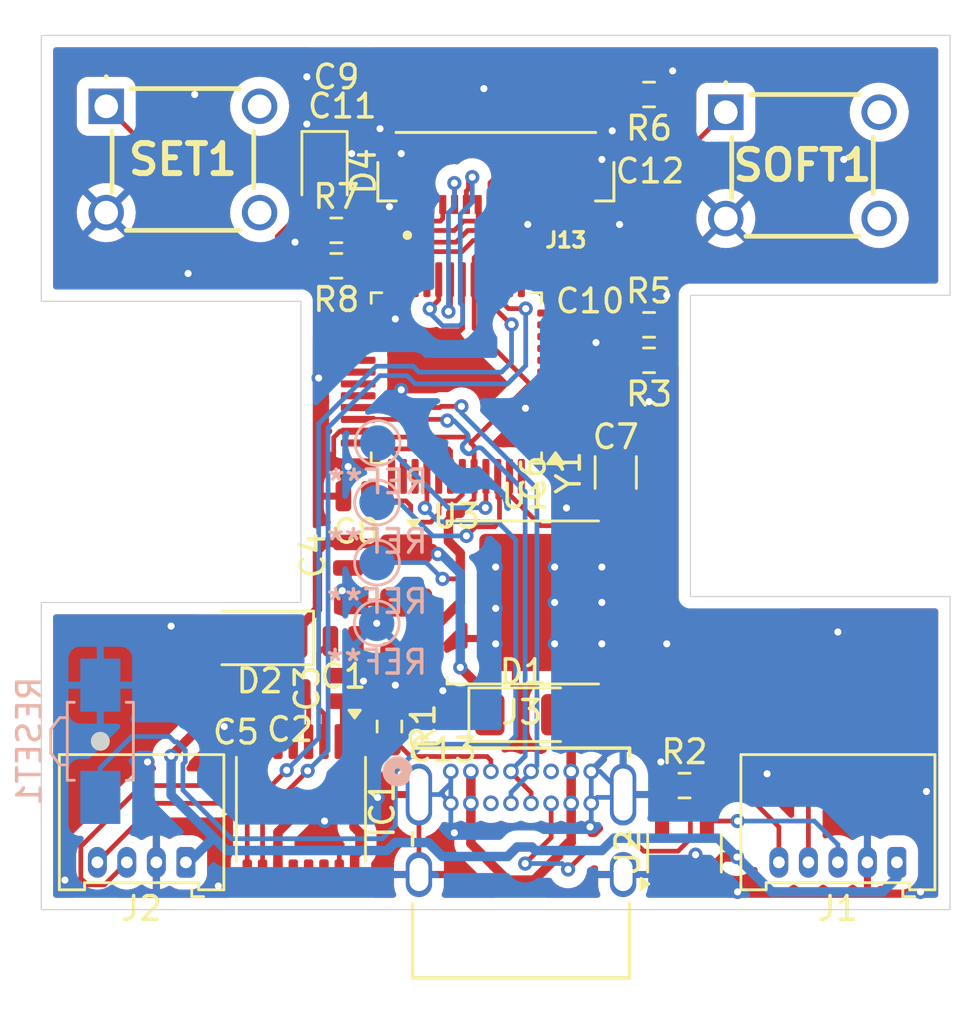
<source format=kicad_pcb>
(kicad_pcb (version 20240108) (generator "pcbnew") (generator_version "8.0")
  (layers (0 "F.Cu" signal) (31 "B.Cu" signal) (34 "B.Paste" user) (35 "F.Paste" user) (36 "B.SilkS" user "B.Silkscreen") (37 "F.SilkS" user "F.Silkscreen") (38 "B.Mask" user) (39 "F.Mask" user) (44 "Edge.Cuts" user))
  (net 0 "")
  (net 1 "/Net-(IC1-C1-)")
  (net 2 "/Net-(IC1-C1+)")
  (net 3 "/Net-(IC1-C2+)")
  (net 4 "/Net-(IC1-C2-)")
  (net 5 "GND")
  (net 6 "/Net-(IC1-V+)")
  (net 7 "VIN")
  (net 8 "/Net-(IC1-V-)")
  (net 9 "Net-(U3-PA00)")
  (net 10 "Net-(U3-PA01)")
  (net 11 "Net-(U3-VDDCORE)")
  (net 12 "Net-(C9-Pad2)")
  (net 13 "Net-(C10-Pad2)")
  (net 14 "Net-(C10-Pad1)")
  (net 15 "Net-(C11-Pad1)")
  (net 16 "Net-(C12-Pad1)")
  (net 17 "Net-(C12-Pad2)")
  (net 18 "+3V3")
  (net 19 "VUSB")
  (net 20 "+24V")
  (net 22 "Net-(D4-A)")
  (net 23 "SWDIO")
  (net 24 "SWCLK")
  (net 25 "/Net-(J8-CC1)")
  (net 26 "/Net-(J8-CC2)")
  (net 27 "ZOOM")
  (net 28 "ZSIG")
  (net 29 "SETLED")
  (net 30 "Net-(J13-Pad4)")
  (net 33 "ZREF")
  (net 34 "TOUT1")
  (net 35 "RIN1")
  (net 36 "ROUT1")
  (net 37 "TIN1")
  (net 38 "RUN")
  (net 39 "D-")
  (net 40 "D+")
  (net 43 "SCK")
  (net 44 "OLED_CS")
  (net 45 "OLED_DC")
  (net 46 "MOSI")
  (net 49 "RST")
  (net 52 "SETBTN")
  (net 53 "SOFTBTN")
  (net 55 "USBHOSTEN")
  (net 59 "RXD")
  (net 61 "TXD")
  (net 62 "SCL")
  (net 63 "RXLED")
  (net 66 "OLED_RST")
  (net 68 "MISO")
  (net 69 "SDA")
  (footprint "Capacitor_SMD:C_0504_1310Metric" (layer "F.Cu") (at 100.5875 84 180)
    (property "Reference" "C8")
    (property "Value" "1pF")
  )
  (footprint "Diode_SMD:D_1206_3216Metric" (layer "F.Cu") (at 107.65 93.25)
    (property "Reference" "D1")
    (property "Value" "D_Schottky")
  )
  (footprint "Capacitor_SMD:C_0504_1310Metric" (layer "F.Cu") (at 110.5 74.25 180)
    (property "Reference" "C10")
    (property "Value" "1uF")
  )
  (footprint "Connector_Molex_2:Molex_PicoBlade_53048-0510_1x05_P1.25mm_Horizontal" (layer "F.Cu") (at 123.5 99.5 180)
    (property "Reference" "J1")
    (property "Value" "530480510")
  )
  (footprint "Capacitor_SMD:C_0504_1310Metric" (layer "F.Cu") (at 111.5875 80 180)
    (property "Reference" "C7")
    (property "Value" "22pF")
  )
  (footprint "USB4085_GF_A:CONN16_USB4085-GF-A_GCT" (layer "F.Cu") (at 104.599999 95.65)
    (property "Reference" "J3")
    (property "Value" "USB4085-GF-A_REVB")
  )
  (footprint "Resistor_SMD:R_0603_1608Metric" (layer "F.Cu") (at 102 93.75 -90)
    (property "Reference" "R1")
    (property "Value" "5K1")
  )
  (footprint "Resistor_SMD:R_0603_1608Metric" (layer "F.Cu") (at 99.75 74.25 180)
    (property "Reference" "R8")
    (property "Value" "65")
  )
  (footprint "Capacitor_SMD:C_0504_1310Metric" (layer "F.Cu") (at 95.5 92.5 180)
    (property "Reference" "C5")
    (property "Value" "100nF,24V+")
  )
  (footprint "Package_TO_SOT_SMD:TO-252-3_TabPin2" (layer "F.Cu") (at 107.75 88.5)
    (property "Reference" "U1")
    (property "Value" "BD33FC0FP-E2")
  )
  (footprint "Capacitor_SMD:C_0504_1310Metric" (layer "F.Cu") (at 100.04 90.1375 180)
    (property "Reference" "C1")
    (property "Value" "100nF,24V+")
  )
  (footprint "TS01-66-73-BK-160-D:TS016673BK160D" (layer "F.Cu") (at 116.25 67.75)
    (property "Reference" "SOFT1")
    (property "Value" "TS01-66-73-BK-160-D" (hide yes))
  )
  (footprint "Connector_Molex_2:Molex_PicoBlade_53048-0410_1x04_P1.25mm_Horizontal" (layer "F.Cu") (at 93.375 99.5 180)
    (property "Reference" "J2")
    (property "Value" "530480410")
  )
  (footprint "Resistor_SMD:R_0603_1608Metric" (layer "F.Cu") (at 99.75 72.75)
    (property "Reference" "R7")
    (property "Value" "680K")
  )
  (footprint "Package_SO:TSSOP-16_4.4x5mm_P0.65mm" (layer "F.Cu") (at 98.25 97.25 -90)
    (property "Reference" "IC1")
    (property "Value" "MAX3323EEPE+")
  )
  (footprint "Resistor_SMD:R_0603_1608Metric" (layer "F.Cu") (at 113 78.25 180)
    (property "Reference" "R3")
    (property "Value" "4K7")
  )
  (footprint "FH34SRJ_16S_0_5SH_50:HRS_FH34SRJ-16S-0.5SH_50_" (layer "F.Cu") (at 106.509505 70.406454 180)
    (property "Reference" "J13")
    (property "Value" "FH34SRJ-16S-0.5SH_50_")
  )
  (footprint "Resistor_SMD:R_0603_1608Metric" (layer "F.Cu") (at 113 67 180)
    (property "Reference" "R6")
    (property "Value" "5K1")
  )
  (footprint "Capacitor_SMD:C_0504_1310Metric" (layer "F.Cu") (at 109.5875 83.25 90)
    (property "Reference" "C6")
    (property "Value" "22pF")
  )
  (footprint "Resistor_SMD:R_0603_1608Metric" (layer "F.Cu") (at 114.5 96.25)
    (property "Reference" "R2")
    (property "Value" "5K1")
  )
  (footprint "Package_QFP:TQFP-48_7x7mm_P0.5mm" (layer "F.Cu") (at 104.8375 79 180)
    (property "Reference" "U3")
    (property "Value" "ATSAMD21G18A-AUT")
  )
  (footprint "Capacitor_SMD:C_0504_1310Metric" (layer "F.Cu") (at 100 66 180)
    (property "Reference" "C11")
    (property "Value" "10uF")
  )
  (footprint "Package_TO_SOT_SMD:TSOT-23-5" (layer "F.Cu") (at 114.5 99.1125 90)
    (property "Reference" "U2")
    (property "Value" "ADR02AUJZ-REEL7")
  )
  (footprint "Diode_SMD:D_1206_3216Metric" (layer "F.Cu") (at 96.5 90 180)
    (property "Reference" "D2")
    (property "Value" "D_Schottky")
  )
  (footprint "Capacitor_SMD:C_0504_1310Metric" (layer "F.Cu") (at 104.25 93.25 180)
    (property "Reference" "C13")
    (property "Value" "20uF,60V+")
  )
  (footprint "Capacitor_SMD:C_0504_1310Metric" (layer "F.Cu") (at 99.75 67.75)
    (property "Reference" "C9")
    (property "Value" "10uF")
  )
  (footprint "Capacitor_SMD:C_0504_1310Metric" (layer "F.Cu") (at 113.04 68.75 180)
    (property "Reference" "C12")
    (property "Value" "1uF")
  )
  (footprint "Capacitor_SMD:C_0504_1310Metric" (layer "F.Cu") (at 100 92.1375 90)
    (property "Reference" "C3")
    (property "Value" "100nF,24V+")
  )
  (footprint "Crystal:Crystal_SMD_3215-2Pin_3.2x1.5mm" (layer "F.Cu") (at 111.5875 83 90)
    (property "Reference" "Y1")
    (property "Value" "32.768, 12.5pF")
  )
  (footprint "Capacitor_SMD:C_0504_1310Metric" (layer "F.Cu") (at 100.25 86.5 90)
    (property "Reference" "C4")
    (property "Value" "20uF,60V+")
  )
  (footprint "Capacitor_SMD:C_0504_1310Metric" (layer "F.Cu") (at 97.79 92.3875 180)
    (property "Reference" "C2")
    (property "Value" "100nF,24V+")
  )
  (footprint "LED_SMD:LED_0805_2012Metric" (layer "F.Cu") (at 99.25 70.25 -90)
    (property "Reference" "D4")
    (property "Value" "LED")
  )
  (footprint "Resistor_SMD:R_0603_1608Metric" (layer "F.Cu") (at 113 76.75)
    (property "Reference" "R5")
    (property "Value" "3K3")
  )
  (footprint "TS01-66-73-BK-160-D:TS016673BK160D" (layer "F.Cu") (at 90 67.5)
    (property "Reference" "SET1")
    (property "Value" "TS01-66-73-BK-160-D" (hide yes))
  )
  (footprint "TestPoint:TestPoint_Pad_D1.5mm" (layer "B.Cu") (at 101.473633 84.268043)
    (property "Reference" "REF**")
    (property "Value" "TestPoint_Pad_D1.5mm")
  )
  (footprint "TestPoint:TestPoint_Pad_D1.5mm" (layer "B.Cu") (at 101.460449 89.383231)
    (property "Reference" "REF**")
    (property "Value" "TestPoint_Pad_D1.5mm")
  )
  (footprint "TestPoint:TestPoint_Pad_D1.5mm" (layer "B.Cu") (at 101.473633 86.812454)
    (property "Reference" "REF**")
    (property "Value" "TestPoint_Pad_D1.5mm")
  )
  (footprint "TestPoint:TestPoint_Pad_D1.5mm" (layer "B.Cu") (at 101.5 81.75)
    (property "Reference" "REF**")
    (property "Value" "TestPoint_Pad_D1.5mm")
  )
  (footprint "Button_Switch_SMD:SW_SPST_B3U-3000P" (layer "B.Cu") (at 89.75 94.375 -90)
    (property "Reference" "RESET1")
    (property "Value" "B3U-1000P")
    (fp_circle (center 0 0) (end 0.375 0) (stroke (width 0.05)) (fill solid) (layer "Edge.Cuts"))
  )
  (gr_line (start 98.25 88.5) (end 98.25 75.75) (stroke (width 0.05)) (layer "Edge.Cuts"))
  (gr_line (start 125.75 101.5) (end 87.25 101.5) (stroke (width 0.05)) (layer "Edge.Cuts"))
  (gr_line (start 87.25 101.5) (end 87.25 88.5) (stroke (width 0.05)) (layer "Edge.Cuts"))
  (gr_line (start 114.75 75.5) (end 114.75 88.25) (stroke (width 0.05)) (layer "Edge.Cuts"))
  (gr_line (start 125.75 75.5) (end 114.75 75.5) (stroke (width 0.05)) (layer "Edge.Cuts"))
  (gr_line (start 125.75 88.25) (end 125.75 101.5) (stroke (width 0.05)) (layer "Edge.Cuts"))
  (gr_line (start 87.25 64.5) (end 125.75 64.5) (stroke (width 0.05)) (layer "Edge.Cuts"))
  (gr_line (start 98.25 75.75) (end 87.25 75.75) (stroke (width 0.05)) (layer "Edge.Cuts"))
  (gr_line (start 114.75 88.25) (end 125.75 88.25) (stroke (width 0.05)) (layer "Edge.Cuts"))
  (gr_line (start 125.75 64.5) (end 125.75 75.5) (stroke (width 0.05)) (layer "Edge.Cuts"))
  (gr_line (start 87.25 88.5) (end 98.25 88.5) (stroke (width 0.05)) (layer "Edge.Cuts"))
  (gr_line (start 87.25 75.75) (end 87.25 64.5) (stroke (width 0.05)) (layer "Edge.Cuts"))
  (segment (start 99 92.979684) (end 99 90.6375) (width 0.2) (layer "F.Cu") (net 1))
  (segment (start 99.225 94.3875) (end 99.225 93.204684) (width 0.2) (layer "F.Cu") (net 1))
  (segment (start 99.225 93.204684) (end 99 92.979684) (width 0.2) (layer "F.Cu") (net 1))
  (segment (start 99 90.6375) (end 99.5 90.1375) (width 0.2) (layer "F.Cu") (net 1))
  (segment (start 100.525 93.725) (end 101.225 93.025) (width 0.2) (layer "F.Cu") (net 2))
  (segment (start 101.225 92.512352) (end 101.5 92.237352) (width 0.2) (layer "F.Cu") (net 2))
  (segment (start 101.5 92.237352) (end 101.5 91.554744) (width 0.2) (layer "F.Cu") (net 2))
  (segment (start 100.525 94.3875) (end 100.525 93.725) (width 0.2) (layer "F.Cu") (net 2))
  (segment (start 100.58 90.634744) (end 100.58 90.1375) (width 0.2) (layer "F.Cu") (net 2))
  (segment (start 101.5 91.554744) (end 100.58 90.634744) (width 0.2) (layer "F.Cu") (net 2))
  (segment (start 101.225 93.025) (end 101.225 92.512352) (width 0.2) (layer "F.Cu") (net 2))
  (segment (start 98.33 92.3875) (end 98.575 92.6325) (width 0.2) (layer "F.Cu") (net 3))
  (segment (start 98.575 92.6325) (end 98.575 94.3875) (width 0.2) (layer "F.Cu") (net 3))
  (segment (start 97.25 92.609684) (end 97.25 92.3875) (width 0.2) (layer "F.Cu") (net 4))
  (segment (start 97.925 94.3875) (end 97.925 93.284684) (width 0.2) (layer "F.Cu") (net 4))
  (segment (start 97.925 93.284684) (end 97.25 92.609684) (width 0.2) (layer "F.Cu") (net 4))
  (segment (start 100.0475 82.9525) (end 100.25 82.75) (width 0.2) (layer "F.Cu") (net 5))
  (segment (start 100 98.75) (end 99.875 98.875) (width 0.2) (layer "F.Cu") (net 5))
  (segment (start 100.0475 84) (end 100.0475 82.9525) (width 0.2) (layer "F.Cu") (net 5))
  (segment (start 99 67.75) (end 98.5 68.25) (width 0.2) (layer "F.Cu") (net 5))
  (segment (start 100.670863 91.5975) (end 100 91.5975) (width 0.2) (layer "F.Cu") (net 5))
  (segment (start 94.96 93.71) (end 95 93.75) (width 0.2) (layer "F.Cu") (net 5))
  (segment (start 99.21 67.75) (end 99 67.75) (width 0.2) (layer "F.Cu") (net 5))
  (segment (start 109.5875 84.4125) (end 109.5 84.5) (width 0.2) (layer "F.Cu") (net 5))
  (segment (start 102.71 88.5) (end 102.34368 88.5) (width 0.2) (layer "F.Cu") (net 5))
  (segment (start 103.250014 100.015) (end 103.250014 96.630016) (width 0.2) (layer "F.Cu") (net 5))
  (segment (start 113.825 75.575) (end 113.75 75.5) (width 0.2) (layer "F.Cu") (net 5))
  (segment (start 99.6375 81.51759) (end 99.6375 82.3875) (width 0.2) (layer "F.Cu") (net 5))
  (segment (start 100.25 87.04) (end 100.25 87.75) (width 0.2) (layer "F.Cu") (net 5))
  (segment (start 102.156454 69.156454) (end 102.5 69.5) (width 0.2) (layer "F.Cu") (net 5))
  (segment (start 104.5875 82.0875) (end 104.5 82) (width 0.2) (layer "F.Cu") (net 5))
  (segment (start 99.25 97.75) (end 99.25 98) (width 0.2) (layer "F.Cu") (net 5))
  (segment (start 103.250014 96.630016) (end 103.249999 96.630001) (width 0.2) (layer "F.Cu") (net 5))
  (segment (start 102.75 77) (end 102.25 76.5) (width 0.2) (layer "F.Cu") (net 5))
  (segment (start 102.34368 88.5) (end 101.460449 89.383231) (width 0.2) (layer "F.Cu") (net 5))
  (segment (start 105.1 76.9) (end 105 77) (width 0.2) (layer "F.Cu") (net 5))
  (segment (start 108.23009 79.75) (end 107.762501 80.217589) (width 0.2) (layer "F.Cu") (net 5))
  (segment (start 100 82.75) (end 100.25 82.75) (width 0.2) (layer "F.Cu") (net 5))
  (segment (start 99.46 66) (end 98.75 66) (width 0.2) (layer "F.Cu") (net 5))
  (segment (start 99.25 69.3125) (end 100.3125 69.3125) (width 0.2) (layer "F.Cu") (net 5))
  (segment (start 98.5 72.75) (end 98 73.25) (width 0.2) (layer "F.Cu") (net 5))
  (segment (start 105.1 74.85) (end 105.1 76.9) (width 0.2) (layer "F.Cu") (net 5))
  (segment (start 105 77) (end 102.75 77) (width 0.2) (layer "F.Cu") (net 5))
  (segment (start 100.3125 69.3125) (end 100.5 69.5) (width 0.2) (layer "F.Cu") (net 5))
  (segment (start 109.5875 83.79) (end 109.5875 84.4125) (width 0.2) (layer "F.Cu") (net 5))
  (segment (start 114.5 99.645859) (end 114.968693 99.177166) (width 0.2) (layer "F.Cu") (net 5))
  (segment (start 113.825 67) (end 113.825 66.175) (width 0.2) (layer "F.Cu") (net 5))
  (segment (start 102.093546 71.656454) (end 102 71.75) (width 0.2) (layer "F.Cu") (net 5))
  (segment (start 99.875 98.875) (end 99.875 100.1125) (width 0.2) (layer "F.Cu") (net 5))
  (segment (start 102 92.925) (end 102 92.25) (width 0.2) (layer "F.Cu") (net 5))
  (segment (start 98.925 72.75) (end 98.5 72.75) (width 0.2) (layer "F.Cu") (net 5))
  (segment (start 102 92.25) (end 102.25 92) (width 0.2) (layer "F.Cu") (net 5))
  (segment (start 104.5875 83.1625) (end 104.5875 82.0875) (width 0.2) (layer "F.Cu") (net 5))
  (segment (start 113.825 76.75) (end 113.825 75.575) (width 0.2) (layer "F.Cu") (net 5))
  (segment (start 101.98009 82) (end 101.23009 82.75) (width 0.2) (layer "F.Cu") (net 5))
  (segment (start 104.79 92.761543) (end 104.262761 92.234304) (width 0.2) (layer "F.Cu") (net 5))
  (segment (start 113.675 95.425) (end 113.5 95.25) (width 0.2) (layer "F.Cu") (net 5))
  (segment (start 99.25 98) (end 100 98.75) (width 0.2) (layer "F.Cu") (net 5))
  (segment (start 112.1275 80) (end 113 80) (width 0.2) (layer "F.Cu") (net 5))
  (segment (start 107.759505 72.399216) (end 107.859505 72.499216) (width 0.2) (layer "F.Cu") (net 5))
  (segment (start 114.5 100.25) (end 114.5 99.645859) (width 0.2) (layer "F.Cu") (net 5))
  (segment (start 111.259505 69.490495) (end 111 69.75) (width 0.2) (layer "F.Cu") (net 5))
  (segment (start 100.25 87.75) (end 100 88) (width 0.2) (layer "F.Cu") (net 5))
  (segment (start 113.825 66.175) (end 114 66) (width 0.2) (layer "F.Cu") (net 5))
  (segment (start 105.0875 74.8375) (end 105.1 74.85) (width 0.2) (layer "F.Cu") (net 5))
  (segment (start 101.23009 82.75) (end 100.25 82.75) (width 0.2) (layer "F.Cu") (net 5))
  (segment (start 113.675 96.25) (end 113.675 95.425) (width 0.2) (layer "F.Cu") (net 5))
  (segment (start 109 79.75) (end 108.23009 79.75) (width 0.2) (layer "F.Cu") (net 5))
  (segment (start 98.75 66) (end 98.5 66.25) (width 0.2) (layer "F.Cu") (net 5))
  (segment (start 100.9 91.826637) (end 100.670863 91.5975) (width 0.2) (layer "F.Cu") (net 5))
  (segment (start 107.759505 71.656454) (end 107.759505 72.399216) (width 0.2) (layer "F.Cu") (net 5))
  (segment (start 111.259505 68.716059) (end 111.438517 68.537047) (width 0.2) (layer "F.Cu") (net 5))
  (segment (start 101.759505 69.156454) (end 101.759505 68.608032) (width 0.2) (layer "F.Cu") (net 5))
  (segment (start 102.759505 71.656454) (end 102.093546 71.656454) (width 0.2) (layer "F.Cu") (net 5))
  (segment (start 101.759505 69.156454) (end 102.156454 69.156454) (width 0.2) (layer "F.Cu") (net 5))
  (segment (start 104.5 82) (end 101.98009 82) (width 0.2) (layer "F.Cu") (net 5))
  (segment (start 111.259505 69.156454) (end 111.259505 68.716059) (width 0.2) (layer "F.Cu") (net 5))
  (segment (start 94.96 92.5) (end 94.96 93.71) (width 0.2) (layer "F.Cu") (net 5))
  (segment (start 107.762501 80.217589) (end 107.762501 80.280937) (width 0.2) (layer "F.Cu") (net 5))
  (segment (start 111.259505 69.156454) (end 111.259505 69.490495) (width 0.2) (layer "F.Cu") (net 5))
  (segment (start 101.759505 68.608032) (end 101.599889 68.448416) (width 0.2) (layer "F.Cu") (net 5))
  (segment (start 99.6375 82.3875) (end 100 82.75) (width 0.2) (layer "F.Cu") (net 5))
  (segment (start 99.90509 81.25) (end 99.6375 81.51759) (width 0.2) (layer "F.Cu") (net 5))
  (segment (start 100.675 81.25) (end 99.90509 81.25) (width 0.2) (layer "F.Cu") (net 5))
  (segment (start 104.79 93.25) (end 104.79 92.761543) (width 0.2) (layer "F.Cu") (net 5))
  (via (at 102.5 79.5) (size 0.6) (drill 0.3) (layers "F.Cu" "B.Cu") (net 5))
  (via (at 94.75 100.5) (size 0.6) (drill 0.3) (layers "F.Cu" "B.Cu") (net 5))
  (via (at 101.460449 89.383231) (size 0.6) (drill 0.3) (layers "F.Cu" "B.Cu") (net 5))
  (via (at 101.5 96.75) (size 0.6) (drill 0.3) (layers "F.Cu" "B.Cu") (net 5))
  (via (at 100.25 82.75) (size 0.6) (drill 0.3) (layers "F.Cu" "B.Cu") (net 5))
  (via (at 99.25 97.75) (size 0.6) (drill 0.3) (layers "F.Cu" "B.Cu") (net 5))
  (via (at 102.25 92) (size 0.6) (drill 0.3) (layers "F.Cu" "B.Cu") (net 5))
  (via (at 114.968693 99.177166) (size 0.6) (drill 0.3) (layers "F.Cu" "B.Cu") (net 5))
  (via (at 104.262761 92.234304) (size 0.6) (drill 0.3) (layers "F.Cu" "B.Cu") (net 5))
  (via (at 98.5 66.25) (size 0.6) (drill 0.3) (layers "F.Cu" "B.Cu") (net 5))
  (via (at 91.75 95.25) (size 0.6) (drill 0.3) (layers "F.Cu" "B.Cu") (net 5))
  (via (at 100 88) (size 0.6) (drill 0.3) (layers "F.Cu" "B.Cu") (net 5))
  (via (at 93.75 67) (size 0.6) (drill 0.3) (layers "F.Cu" "B.Cu") (net 5))
  (via (at 121 89.75) (size 0.6) (drill 0.3) (layers "F.Cu" "B.Cu") (net 5))
  (via (at 106 66.75) (size 0.6) (drill 0.3) (layers "F.Cu" "B.Cu") (net 5))
  (via (at 111 88.5) (size 0.6) (drill 0.3) (layers "F.Cu" "B.Cu") (net 5))
  (via (at 109 90.25) (size 0.6) (drill 0.3) (layers "F.Cu" "B.Cu") (net 5))
  (via (at 100.9 91.826637) (size 0.6) (drill 0.3) (layers "F.Cu" "B.Cu") (net 5))
  (via (at 98.5 68.25) (size 0.6) (drill 0.3) (layers "F.Cu" "B.Cu") (net 5))
  (via (at 116.75 100.75) (size 0.6) (drill 0.3) (layers "F.Cu" "B.Cu") (net 5))
  (via (at 106.5 87) (size 0.6) (drill 0.3) (layers "F.Cu" "B.Cu") (net 5))
  (via (at 124.5 100.75) (size 0.6) (drill 0.3) (layers "F.Cu" "B.Cu") (net 5))
  (via (at 113.5 95.25) (size 0.6) (drill 0.3) (layers "F.Cu" "B.Cu") (net 5))
  (via (at 95 93.75) (size 0.6) (drill 0.3) (layers "F.Cu" "B.Cu") (net 5))
  (via (at 111 87) (size 0.6) (drill 0.3) (layers "F.Cu" "B.Cu") (net 5))
  (via (at 111.75 72.5) (size 0.6) (drill 0.3) (layers "F.Cu" "B.Cu") (net 5))
  (via (at 102 71.75) (size 0.6) (drill 0.3) (layers "F.Cu" "B.Cu") (net 5))
  (via (at 109 88.5) (size 0.6) (drill 0.3) (layers "F.Cu" "B.Cu") (net 5))
  (via (at 98 73.25) (size 0.6) (drill 0.3) (layers "F.Cu" "B.Cu") (net 5))
  (via (at 101.599889 68.448416) (size 0.6) (drill 0.3) (layers "F.Cu" "B.Cu") (net 5))
  (via (at 111 90.25) (size 0.6) (drill 0.3) (layers "F.Cu" "B.Cu") (net 5))
  (via (at 110.75 77.5) (size 0.6) (drill 0.3) (layers "F.Cu" "B.Cu") (net 5))
  (via (at 111 69.75) (size 0.6) (drill 0.3) (layers "F.Cu" "B.Cu") (net 5))
  (via (at 110.5 98) (size 0.6) (drill 0.3) (layers "F.Cu" "B.Cu") (net 5))
  (via (at 121.25 69.75) (size 0.6) (drill 0.3) (layers "F.Cu" "B.Cu") (net 5))
  (via (at 124.75 96.5) (size 0.6) (drill 0.3) (layers "F.Cu" "B.Cu") (net 5))
  (via (at 118 95.75) (size 0.6) (drill 0.3) (layers "F.Cu" "B.Cu") (net 5))
  (via (at 93.47023 74.575866) (size 0.6) (drill 0.3) (layers "F.Cu" "B.Cu") (net 5))
  (via (at 92.75 89.5) (size 0.6) (drill 0.3) (layers "F.Cu" "B.Cu") (net 5))
  (via (at 113.75 90.25) (size 0.6) (drill 0.3) (layers "F.Cu" "B.Cu") (net 5))
  (via (at 107.859505 72.499216) (size 0.6) (drill 0.3) (layers "F.Cu" "B.Cu") (net 5))
  (via (at 114 66) (size 0.6) (drill 0.3) (layers "F.Cu" "B.Cu") (net 5))
  (via (at 102.25 76.5) (size 0.6) (drill 0.3) (layers "F.Cu" "B.Cu") (net 5))
  (via (at 107.762501 80.280937) (size 0.6) (drill 0.3) (layers "F.Cu" "B.Cu") (net 5))
  (via (at 88.25 100.25) (size 0.6) (drill 0.3) (layers "F.Cu" "B.Cu") (net 5))
  (via (at 113 80) (size 0.6) (drill 0.3) (layers "F.Cu" "B.Cu") (net 5))
  (via (at 113.75 75.5) (size 0.6) (drill 0.3) (layers "F.Cu" "B.Cu") (net 5))
  (via (at 109 87) (size 0.6) (drill 0.3) (layers "F.Cu" "B.Cu") (net 5))
  (via (at 100.4 69.5) (size 0.6) (drill 0.3) (layers "F.Cu" "B.Cu") (net 5))
  (via (at 106.5 90.25) (size 0.6) (drill 0.3) (layers "F.Cu" "B.Cu") (net 5))
  (via (at 99 79) (size 0.6) (drill 0.3) (layers "F.Cu" "B.Cu") (net 5))
  (via (at 102.5 69.5) (size 0.6) (drill 0.3) (layers "F.Cu" "B.Cu") (net 5))
  (via (at 109.5 84.5) (size 0.6) (drill 0.3) (layers "F.Cu" "B.Cu") (net 5))
  (via (at 106.5 88.75) (size 0.6) (drill 0.3) (layers "F.Cu" "B.Cu") (net 5))
  (via (at 104.75 98.25) (size 0.6) (drill 0.3) (layers "F.Cu" "B.Cu") (net 5))
  (via (at 111.438517 68.537047) (size 0.6) (drill 0.3) (layers "F.Cu" "B.Cu") (net 5))
  (segment (start 104.119999 96.630001) (end 103.249999 96.630001) (width 0.2) (layer "B.Cu") (net 5))
  (segment (start 104.599999 97) (end 104.25 96.650001) (width 0.2) (layer "B.Cu") (net 5))
  (segment (start 110.55 95.65) (end 110.55 97) (width 0.2) (layer "B.Cu") (net 5))
  (segment (start 104.599999 95.65) (end 104.599999 96.150001) (width 0.2) (layer "B.Cu") (net 5))
  (segment (start 110.55 97) (end 110.55 97.95) (width 0.2) (layer "B.Cu") (net 5))
  (segment (start 104.25 96.5) (end 104.119999 96.630001) (width 0.2) (layer "B.Cu") (net 5))
  (segment (start 110.55 97) (end 110.8 96.75) (width 0.2) (layer "B.Cu") (net 5))
  (segment (start 104.599999 97) (end 104.599999 95.65) (width 0.2) (layer "B.Cu") (net 5))
  (segment (start 104.25 96.650001) (end 104.25 96.5) (width 0.2) (layer "B.Cu") (net 5))
  (segment (start 110.8 96.75) (end 111.779984 96.75) (width 0.2) (layer "B.Cu") (net 5))
  (segment (start 110.55 95.65) (end 110.919984 95.65) (width 0.2) (layer "B.Cu") (net 5))
  (segment (start 110.919984 95.65) (end 111.899984 96.63) (width 0.2) (layer "B.Cu") (net 5))
  (segment (start 104.599999 96.150001) (end 104.25 96.5) (width 0.2) (layer "B.Cu") (net 5))
  (segment (start 111.779984 96.75) (end 111.899984 96.63) (width 0.2) (layer "B.Cu") (net 5))
  (segment (start 104.599999 98.099999) (end 104.75 98.25) (width 0.2) (layer "B.Cu") (net 5))
  (segment (start 110.5 98) (end 110.55 97.95) (width 0.2) (layer "B.Cu") (net 5))
  (segment (start 104.599999 97) (end 104.599999 98.099999) (width 0.2) (layer "B.Cu") (net 5))
  (segment (start 100 92.6775) (end 100 94.2625) (width 0.2) (layer "F.Cu") (net 6))
  (segment (start 100 94.2625) (end 99.875 94.3875) (width 0.2) (layer "F.Cu") (net 6))
  (segment (start 103.81853 86.22) (end 102.71 86.22) (width 0.4) (layer "F.Cu") (net 7))
  (segment (start 97.9 89.839949) (end 98.95 88.789949) (width 0.4) (layer "F.Cu") (net 7))
  (segment (start 98.95 86.3) (end 99.29 85.96) (width 0.4) (layer "F.Cu") (net 7))
  (segment (start 98.95 88.789949) (end 98.95 86.3) (width 0.4) (layer "F.Cu") (net 7))
  (segment (start 102.71 86.22) (end 102.49 86) (width 0.4) (layer "F.Cu") (net 7))
  (segment (start 106.25 92.5) (end 105 91.25) (width 0.4) (layer "F.Cu") (net 7))
  (segment (start 106.25 93.25) (end 106.25 92.5) (width 0.4) (layer "F.Cu") (net 7))
  (segment (start 97.9 90) (end 97.9 89.839949) (width 0.4) (layer "F.Cu") (net 7))
  (segment (start 100.29 86) (end 100.25 85.96) (width 0.4) (layer "F.Cu") (net 7))
  (segment (start 102.49 86) (end 100.29 86) (width 0.4) (layer "F.Cu") (net 7))
  (segment (start 99.29 85.96) (end 100.25 85.96) (width 0.4) (layer "F.Cu") (net 7))
  (segment (start 104.049265 86.450735) (end 103.81853 86.22) (width 0.4) (layer "F.Cu") (net 7))
  (via (at 105 91.25) (size 0.6) (drill 0.3) (layers "F.Cu" "B.Cu") (net 7))
  (via (at 104.049265 86.450735) (size 0.6) (drill 0.3) (layers "F.Cu" "B.Cu") (net 7))
  (segment (start 105 87.26005) (end 105 91.25) (width 0.4) (layer "B.Cu") (net 7))
  (segment (start 104.049265 86.450735) (end 104.190685 86.450735) (width 0.4) (layer "B.Cu") (net 7))
  (segment (start 104.190685 86.450735) (end 105 87.26005) (width 0.4) (layer "B.Cu") (net 7))
  (segment (start 97.275 94.3875) (end 97.275 93.731544) (width 0.2) (layer "F.Cu") (net 8))
  (segment (start 97.275 93.731544) (end 96.180956 92.6375) (width 0.2) (layer "F.Cu") (net 8))
  (segment (start 96.180956 92.6375) (end 95.75 92.6375) (width 0.2) (layer "F.Cu") (net 8))
  (segment (start 111.5875 83.25) (end 111.5875 84.25) (width 0.2) (layer "F.Cu") (net 9))
  (segment (start 111.0475 82.71) (end 111.5875 83.25) (width 0.2) (layer "F.Cu") (net 9))
  (segment (start 109.5875 82.71) (end 111.0475 82.71) (width 0.2) (layer "F.Cu") (net 9))
  (segment (start 109 82.1225) (end 109.5875 82.71) (width 0.2) (layer "F.Cu") (net 9))
  (segment (start 109 81.75) (end 109 82.1225) (width 0.2) (layer "F.Cu") (net 9))
  (segment (start 109 81.25) (end 109.835596 81.25) (width 0.2) (layer "F.Cu") (net 10))
  (segment (start 111.0475 80) (end 111.0475 81.21) (width 0.2) (layer "F.Cu") (net 10))
  (segment (start 110.5475 80.538096) (end 110.5475 80.5) (width 0.2) (layer "F.Cu") (net 10))
  (segment (start 111.0475 81.21) (end 111.5875 81.75) (width 0.2) (layer "F.Cu") (net 10))
  (segment (start 110.5475 80.5) (end 111.0475 80) (width 0.2) (layer "F.Cu") (net 10))
  (segment (start 109.835596 81.25) (end 110.5475 80.538096) (width 0.2) (layer "F.Cu") (net 10))
  (segment (start 104.81991 84.2) (end 105.0875 83.93241) (width 0.2) (layer "F.Cu") (net 11))
  (segment (start 101.3275 84.2) (end 102.7 84.2) (width 0.2) (layer "F.Cu") (net 11))
  (segment (start 102.7 84.2) (end 102.9 84.4) (width 0.2) (layer "F.Cu") (net 11))
  (segment (start 101.1275 84) (end 101.3275 84.2) (width 0.2) (layer "F.Cu") (net 11))
  (segment (start 104.1 84.4) (end 104.3 84.2) (width 0.2) (layer "F.Cu") (net 11))
  (segment (start 102.9 84.748529) (end 103.251471 85.1) (width 0.2) (layer "F.Cu") (net 11))
  (segment (start 104.3 84.2) (end 104.81991 84.2) (width 0.2) (layer "F.Cu") (net 11))
  (segment (start 104.1 84.748529) (end 104.1 84.4) (width 0.2) (layer "F.Cu") (net 11))
  (segment (start 102.9 84.4) (end 102.9 84.748529) (width 0.2) (layer "F.Cu") (net 11))
  (segment (start 103.748529 85.1) (end 104.1 84.748529) (width 0.2) (layer "F.Cu") (net 11))
  (segment (start 105.0875 83.93241) (end 105.0875 83.1625) (width 0.2) (layer "F.Cu") (net 11))
  (segment (start 103.251471 85.1) (end 103.748529 85.1) (width 0.2) (layer "F.Cu") (net 11))
  (segment (start 105.0475 83.2025) (end 105.0875 83.1625) (width 0.2) (layer "F.Cu") (net 11))
  (segment (start 101 68.46) (end 101 69.596949) (width 0.2) (layer "F.Cu") (net 12))
  (segment (start 102.201327 70.798276) (end 102.891684 70.798276) (width 0.2) (layer "F.Cu") (net 12))
  (segment (start 101 69.596949) (end 102.201327 70.798276) (width 0.2) (layer "F.Cu") (net 12))
  (segment (start 100.29 67.75) (end 101 68.46) (width 0.2) (layer "F.Cu") (net 12))
  (segment (start 103.259505 71.166097) (end 103.259505 71.656454) (width 0.2) (layer "F.Cu") (net 12))
  (segment (start 102.891684 70.798276) (end 103.259505 71.166097) (width 0.2) (layer "F.Cu") (net 12))
  (segment (start 108.759505 73.049505) (end 108.759505 71.656454) (width 0.2) (layer "F.Cu") (net 13))
  (segment (start 109.96 74.25) (end 108.759505 73.049505) (width 0.2) (layer "F.Cu") (net 13))
  (segment (start 109.259505 71.656454) (end 109.259505 72.909505) (width 0.2) (layer "F.Cu") (net 14))
  (segment (start 109.66 73.31) (end 110.739999 73.31) (width 0.2) (layer "F.Cu") (net 14))
  (segment (start 111.04 73.610001) (end 111.04 74.25) (width 0.2) (layer "F.Cu") (net 14))
  (segment (start 109.259505 72.909505) (end 109.66 73.31) (width 0.2) (layer "F.Cu") (net 14))
  (segment (start 110.739999 73.31) (end 111.04 73.610001) (width 0.2) (layer "F.Cu") (net 14))
  (segment (start 100.54 66.54) (end 103.759505 69.759505) (width 0.2) (layer "F.Cu") (net 15))
  (segment (start 103.759505 69.759505) (end 103.759505 71.656454) (width 0.2) (layer "F.Cu") (net 15))
  (segment (start 100.54 66) (end 100.54 66.54) (width 0.2) (layer "F.Cu") (net 15))
  (segment (start 110.89573 71.656454) (end 113.58 68.972184) (width 0.2) (layer "F.Cu") (net 16))
  (segment (start 113.58 68.972184) (end 113.58 68.75) (width 0.2) (layer "F.Cu") (net 16))
  (segment (start 110.259505 71.656454) (end 110.89573 71.656454) (width 0.2) (layer "F.Cu") (net 16))
  (segment (start 109.759505 71.006454) (end 109.759505 71.656454) (width 0.2) (layer "F.Cu") (net 17))
  (segment (start 111.236498 70.75) (end 110.015959 70.75) (width 0.2) (layer "F.Cu") (net 17))
  (segment (start 112.25 69) (end 112.25 69.736498) (width 0.2) (layer "F.Cu") (net 17))
  (segment (start 110.015959 70.75) (end 109.759505 71.006454) (width 0.2) (layer "F.Cu") (net 17))
  (segment (start 112.5 68.75) (end 112.25 69) (width 0.2) (layer "F.Cu") (net 17))
  (segment (start 112.25 69.736498) (end 111.236498 70.75) (width 0.2) (layer "F.Cu") (net 17))
  (segment (start 100.525 99.21495) (end 100.75 98.98995) (width 0.4) (layer "F.Cu") (net 18))
  (segment (start 105 86.41152) (end 105 87.5) (width 0.4) (layer "F.Cu") (net 18))
  (segment (start 101.49593 93.75) (end 103.21 93.75) (width 0.4) (layer "F.Cu") (net 18))
  (segment (start 105.472455 81.722455) (end 105.44491 81.75) (width 0.2) (layer "F.Cu") (net 18))
  (segment (start 105.25 81.5) (end 105.472455 81.722455) (width 0.2) (layer "F.Cu") (net 18))
  (segment (start 106.180174 73.582843) (end 105.917157 73.582843) (width 0.2) (layer "F.Cu") (net 18))
  (segment (start 100.75 98.25) (end 100.5 98) (width 0.4) (layer "F.Cu") (net 18))
  (segment (start 105.44491 81.75) (end 107.94491 79.25) (width 0.2) (layer "F.Cu") (net 18))
  (segment (start 101.664404 81.75) (end 101.914404 81.5) (width 0.2) (layer "F.Cu") (net 18))
  (segment (start 102.71 90.78) (end 103 91.07) (width 0.4) (layer "F.Cu") (net 18))
  (segment (start 105.5875 83.998096) (end 105.5875 83.1625) (width 0.2) (layer "F.Cu") (net 18))
  (segment (start 97.275 100.1125) (end 99.225 100.1125) (width 0.4) (layer "F.Cu") (net 18))
  (segment (start 108.259505 71.006454) (end 108.259505 71.656454) (width 0.2) (layer "F.Cu") (net 18))
  (segment (start 107.94491 79.25) (end 105.5875 76.89259) (width 0.2) (layer "F.Cu") (net 18))
  (segment (start 104.25 87.5) (end 105 87.5) (width 0.2) (layer "F.Cu") (net 18))
  (segment (start 105.917157 73.582843) (end 105.5875 73.9125) (width 0.2) (layer "F.Cu") (net 18))
  (segment (start 100.5 95.859878) (end 101.125 95.234878) (width 0.4) (layer "F.Cu") (net 18))
  (segment (start 100.05 96.95) (end 100.5 96.5) (width 0.4) (layer "F.Cu") (net 18))
  (segment (start 97.275 100.1125) (end 97.275 98.225) (width 0.4) (layer "F.Cu") (net 18))
  (segment (start 105.5875 83.1625) (end 105.5875 81.89259) (width 0.2) (layer "F.Cu") (net 18))
  (segment (start 101.125 94.12093) (end 101.49593 93.75) (width 0.4) (layer "F.Cu") (net 18))
  (segment (start 100.675 81.75) (end 101.664404 81.75) (width 0.2) (layer "F.Cu") (net 18))
  (segment (start 100.5 98) (end 100.5 95.859878) (width 0.4) (layer "F.Cu") (net 18))
  (segment (start 103 92.54) (end 103.71 93.25) (width 0.4) (layer "F.Cu") (net 18))
  (segment (start 105 88.49) (end 102.71 90.78) (width 0.4) (layer "F.Cu") (net 18))
  (segment (start 107.259505 71.656454) (end 107.259505 70.990495) (width 0.2) (layer "F.Cu") (net 18))
  (segment (start 105 84.711739) (end 105 84.727016) (width 0.2) (layer "F.Cu") (net 18))
  (segment (start 107.259505 72.503512) (end 106.180174 73.582843) (width 0.2) (layer "F.Cu") (net 18))
  (segment (start 105.44491 81.75) (end 105.5875 81.89259) (width 0.2) (layer "F.Cu") (net 18))
  (segment (start 97.275 98.225) (end 98.55 96.95) (width 0.4) (layer "F.Cu") (net 18))
  (segment (start 103 91.07) (end 103 92.54) (width 0.4) (layer "F.Cu") (net 18))
  (segment (start 100.525 100.1125) (end 100.525 99.21495) (width 0.4) (layer "F.Cu") (net 18))
  (segment (start 107.94491 79.25) (end 109 79.25) (width 0.2) (layer "F.Cu") (net 18))
  (segment (start 104.6 84.727016) (end 104.6 84.955636) (width 0.4) (layer "F.Cu") (net 18))
  (segment (start 101.914404 81.5) (end 105.25 81.5) (width 0.2) (layer "F.Cu") (net 18))
  (segment (start 105.5875 83.1625) (end 105.5875 84.124239) (width 0.2) (layer "F.Cu") (net 18))
  (segment (start 104.5 85.055636) (end 104.5 85.91152) (width 0.4) (layer "F.Cu") (net 18))
  (segment (start 101.125 95.234878) (end 101.125 94.12093) (width 0.4) (layer "F.Cu") (net 18))
  (segment (start 104.6 84.955636) (end 104.5 85.055636) (width 0.4) (layer "F.Cu") (net 18))
  (segment (start 103.21 93.75) (end 103.71 93.25) (width 0.4) (layer "F.Cu") (net 18))
  (segment (start 107.259505 70.990495) (end 107.5 70.75) (width 0.2) (layer "F.Cu") (net 18))
  (segment (start 108.003051 70.75) (end 108.259505 71.006454) (width 0.2) (layer "F.Cu") (net 18))
  (segment (start 107.5 70.75) (end 108.003051 70.75) (width 0.2) (layer "F.Cu") (net 18))
  (segment (start 105.5875 84.124239) (end 105 84.711739) (width 0.2) (layer "F.Cu") (net 18))
  (segment (start 107.259505 71.656454) (end 107.259505 72.503512) (width 0.2) (layer "F.Cu") (net 18))
  (segment (start 105.5875 73.9125) (end 105.5875 74.4375) (width 0.2) (layer "F.Cu") (net 18))
  (segment (start 104.5 85.91152) (end 105 86.41152) (width 0.4) (layer "F.Cu") (net 18))
  (segment (start 98.55 96.95) (end 100.05 96.95) (width 0.4) (layer "F.Cu") (net 18))
  (segment (start 105 84.727016) (end 104.6 84.727016) (width 0.4) (layer "F.Cu") (net 18))
  (segment (start 100.75 98.98995) (end 100.75 98.25) (width 0.4) (layer "F.Cu") (net 18))
  (segment (start 105 87.5) (end 105 88.49) (width 0.4) (layer "F.Cu") (net 18))
  (segment (start 105.5875 76.89259) (end 105.5875 74.8375) (width 0.2) (layer "F.Cu") (net 18))
  (via (at 104.25 87.5) (size 0.6) (drill 0.3) (layers "F.Cu" "B.Cu") (net 18))
  (segment (start 101.473633 86.812454) (end 103.562454 86.812454) (width 0.2) (layer "B.Cu") (net 18))
  (segment (start 103.562454 86.812454) (end 104.25 87.5) (width 0.2) (layer "B.Cu") (net 18))
  (segment (start 109.580025 98.669975) (end 109.699999 98.669975) (width 0.4) (layer "F.Cu") (net 19))
  (segment (start 107 100.25) (end 108.125 100.25) (width 0.4) (layer "F.Cu") (net 19))
  (segment (start 109.169975 99.080025) (end 109.580025 98.669975) (width 0.4) (layer "F.Cu") (net 19))
  (segment (start 109.699999 98.669975) (end 109.699999 97) (width 0.4) (layer "F.Cu") (net 19))
  (segment (start 105.45 95.65) (end 105.45 97) (width 0.4) (layer "F.Cu") (net 19))
  (segment (start 105.45 98.7) (end 107 100.25) (width 0.4) (layer "F.Cu") (net 19))
  (segment (start 105.45 97) (end 105.45 98.7) (width 0.4) (layer "F.Cu") (net 19))
  (segment (start 109.699999 93.899999) (end 109.699999 95.65) (width 0.4) (layer "F.Cu") (net 19))
  (segment (start 109.699999 95.65) (end 109.699999 97) (width 0.4) (layer "F.Cu") (net 19))
  (segment (start 109.169975 99.205025) (end 109.169975 99.080025) (width 0.4) (layer "F.Cu") (net 19))
  (segment (start 109.05 93.25) (end 109.699999 93.899999) (width 0.4) (layer "F.Cu") (net 19))
  (segment (start 108.125 100.25) (end 109.169975 99.205025) (width 0.4) (layer "F.Cu") (net 19))
  (segment (start 92.75 95) (end 94 93.75) (width 0.4) (layer "F.Cu") (net 20))
  (segment (start 115.45 99.96) (end 116.135 99.275) (width 0.4) (layer "F.Cu") (net 20))
  (segment (start 94.26005 90) (end 95.1 90) (width 0.4) (layer "F.Cu") (net 20))
  (segment (start 94 90.26005) (end 94.26005 90) (width 0.4) (layer "F.Cu") (net 20))
  (segment (start 116.135 99.275) (end 116.725 99.275) (width 0.4) (layer "F.Cu") (net 20))
  (segment (start 94 93.75) (end 94 90.26005) (width 0.4) (layer "F.Cu") (net 20))
  (via (at 92.75 95) (size 0.6) (drill 0.3) (layers "F.Cu" "B.Cu") (net 20))
  (via (at 116.725 99.275) (size 0.6) (drill 0.3) (layers "F.Cu" "B.Cu") (net 20))
  (segment (start 93.5 99.5) (end 94.55 98.45) (width 0.4) (layer "B.Cu") (net 20))
  (segment (start 111 99) (end 111.522834 98.477166) (width 0.4) (layer "B.Cu") (net 20))
  (segment (start 115.927166 98.477166) (end 116.725 99.275) (width 0.4) (layer "B.Cu") (net 20))
  (segment (start 107.01005 99.25) (end 107.41005 98.85) (width 0.4) (layer "B.Cu") (net 20))
  (segment (start 118.2 100.75) (end 122.9 100.75) (width 0.4) (layer "B.Cu") (net 20))
  (segment (start 92.75 96.65) (end 94.55 98.45) (width 0.4) (layer "B.Cu") (net 20))
  (segment (start 122.9 100.75) (end 123.5 100.15) (width 0.4) (layer "B.Cu") (net 20))
  (segment (start 108.03995 98.85) (end 108.18995 99) (width 0.4) (layer "B.Cu") (net 20))
  (segment (start 92.75 95) (end 92.75 96.65) (width 0.4) (layer "B.Cu") (net 20))
  (segment (start 111.522834 98.477166) (end 115.927166 98.477166) (width 0.4) (layer "B.Cu") (net 20))
  (segment (start 103.647162 98.6625) (end 104.234662 99.25) (width 0.4) (layer "B.Cu") (net 20))
  (segment (start 102.2375 98.6625) (end 103.647162 98.6625) (width 0.4) (layer "B.Cu") (net 20))
  (segment (start 108.18995 99) (end 111 99) (width 0.4) (layer "B.Cu") (net 20))
  (segment (start 101.9 99) (end 102.2375 98.6625) (width 0.4) (layer "B.Cu") (net 20))
  (segment (start 94.55 98.45) (end 95.1 99) (width 0.4) (layer "B.Cu") (net 20))
  (segment (start 107.41005 98.85) (end 108.03995 98.85) (width 0.4) (layer "B.Cu") (net 20))
  (segment (start 104.234662 99.25) (end 107.01005 99.25) (width 0.4) (layer "B.Cu") (net 20))
  (segment (start 123.5 100.15) (end 123.5 99.5) (width 0.4) (layer "B.Cu") (net 20))
  (segment (start 95.1 99) (end 101.9 99) (width 0.4) (layer "B.Cu") (net 20))
  (segment (start 116.725 99.275) (end 118.2 100.75) (width 0.4) (layer "B.Cu") (net 20))
  (segment (start 97.25 73.5) (end 97.25 73) (width 0.2) (layer "F.Cu") (net 22))
  (segment (start 98 74.25) (end 97.25 73.5) (width 0.2) (layer "F.Cu") (net 22))
  (segment (start 98.925 74.25) (end 98 74.25) (width 0.2) (layer "F.Cu") (net 22))
  (segment (start 97.25 73) (end 99.0625 71.1875) (width 0.2) (layer "F.Cu") (net 22))
  (segment (start 99.0625 71.1875) (end 99.25 71.1875) (width 0.2) (layer "F.Cu") (net 22))
  (segment (start 106.5875 84.05) (end 106.5875 83.1625) (width 0.2) (layer "F.Cu") (net 23))
  (segment (start 106.45 85.3) (end 106.662556 85.087444) (width 0.2) (layer "F.Cu") (net 23))
  (segment (start 105.261241 85.68281) (end 105.644051 85.3) (width 0.2) (layer "F.Cu") (net 23))
  (segment (start 106.662556 85.087444) (end 106.662556 84.125056) (width 0.2) (layer "F.Cu") (net 23))
  (segment (start 105.644051 85.3) (end 106.45 85.3) (width 0.2) (layer "F.Cu") (net 23))
  (segment (start 106.662556 84.125056) (end 106.5875 84.05) (width 0.2) (layer "F.Cu") (net 23))
  (via (at 105.261241 85.68281) (size 0.6) (drill 0.3) (layers "F.Cu" "B.Cu") (net 23))
  (segment (start 103.834281 85.68281) (end 102.419514 84.268043) (width 0.2) (layer "B.Cu") (net 23))
  (segment (start 102.419514 84.268043) (end 101.473633 84.268043) (width 0.2) (layer "B.Cu") (net 23))
  (segment (start 105.261241 85.68281) (end 103.834281 85.68281) (width 0.2) (layer "B.Cu") (net 23))
  (segment (start 106.062556 84.490737) (end 106.0875 84.465793) (width 0.2) (layer "F.Cu") (net 24))
  (segment (start 106.0875 84.465793) (end 106.0875 83.1625) (width 0.2) (layer "F.Cu") (net 24))
  (via (at 106.062556 84.490737) (size 0.6) (drill 0.3) (layers "F.Cu" "B.Cu") (net 24))
  (segment (start 104.490737 84.490737) (end 101.75 81.75) (width 0.2) (layer "B.Cu") (net 24))
  (segment (start 101.75 81.75) (end 101.5 81.75) (width 0.2) (layer "B.Cu") (net 24))
  (segment (start 106.062556 84.490737) (end 104.490737 84.490737) (width 0.2) (layer "B.Cu") (net 24))
  (segment (start 102.451573 94.575) (end 102.896373 95.0198) (width 0.2) (layer "F.Cu") (net 25))
  (segment (start 102 94.575) (end 102.451573 94.575) (width 0.2) (layer "F.Cu") (net 25))
  (segment (start 106.136771 95.0198) (end 102.896373 95.0198) (width 0.2) (layer "F.Cu") (net 25))
  (segment (start 106.299998 95.183027) (end 106.136771 95.0198) (width 0.2) (layer "F.Cu") (net 25))
  (segment (start 106.299998 95.65) (end 106.299998 95.183027) (width 0.2) (layer "F.Cu") (net 25))
  (segment (start 107.75 99.55) (end 108.850001 98.449999) (width 0.2) (layer "F.Cu") (net 26))
  (segment (start 111 99.027689) (end 111.527689 98.5) (width 0.2) (layer "F.Cu") (net 26))
  (segment (start 114.222311 99.027689) (end 114.75 98.5) (width 0.2) (layer "F.Cu") (net 26))
  (segment (start 110.337262 99.027689) (end 111 99.027689) (width 0.2) (layer "F.Cu") (net 26))
  (segment (start 109.567906 99.797045) (end 110.337262 99.027689) (width 0.2) (layer "F.Cu") (net 26))
  (segment (start 111.527689 98.5) (end 112.25 98.5) (width 0.2) (layer "F.Cu") (net 26))
  (segment (start 112.777689 99.027689) (end 114.222311 99.027689) (width 0.2) (layer "F.Cu") (net 26))
  (segment (start 114.75 96.825) (end 115.325 96.25) (width 0.2) (layer "F.Cu") (net 26))
  (segment (start 114.75 98.5) (end 114.75 96.825) (width 0.2) (layer "F.Cu") (net 26))
  (segment (start 108.850001 98.449999) (end 108.850001 97) (width 0.2) (layer "F.Cu") (net 26))
  (segment (start 112.25 98.5) (end 112.777689 99.027689) (width 0.2) (layer "F.Cu") (net 26))
  (via (at 109.567906 99.797045) (size 0.6) (drill 0.3) (layers "F.Cu" "B.Cu") (net 26))
  (via (at 107.75 99.55) (size 0.6) (drill 0.3) (layers "F.Cu" "B.Cu") (net 26))
  (segment (start 109.320861 99.55) (end 107.75 99.55) (width 0.2) (layer "B.Cu") (net 26))
  (segment (start 109.567906 99.797045) (end 109.320861 99.55) (width 0.2) (layer "B.Cu") (net 26))
  (segment (start 114.5 89) (end 114.15 88.65) (width 0.2) (layer "F.Cu") (net 27))
  (segment (start 114.15 78.575) (end 113.825 78.25) (width 0.2) (layer "F.Cu") (net 27))
  (segment (start 119.75 90.25) (end 118.5 89) (width 0.2) (layer "F.Cu") (net 27))
  (segment (start 119.75 99.5) (end 119.75 90.25) (width 0.2) (layer "F.Cu") (net 27))
  (segment (start 114.15 88.65) (end 114.15 78.575) (width 0.2) (layer "F.Cu") (net 27))
  (segment (start 118.5 89) (end 114.5 89) (width 0.2) (layer "F.Cu") (net 27))
  (segment (start 111.31 79.115) (end 112.175 78.25) (width 0.2) (layer "F.Cu") (net 28))
  (segment (start 111.31 80.37241) (end 111.31 79.115) (width 0.2) (layer "F.Cu") (net 28))
  (segment (start 110.93241 80.75) (end 111.31 80.37241) (width 0.2) (layer "F.Cu") (net 28))
  (segment (start 112.175 78.25) (end 112.175 76.75) (width 0.2) (layer "F.Cu") (net 28))
  (segment (start 110.1625 80.75) (end 110.93241 80.75) (width 0.2) (layer "F.Cu") (net 28))
  (segment (start 99.6375 76.48241) (end 99.90509 76.75) (width 0.2) (layer "F.Cu") (net 29))
  (segment (start 100.575 74.25) (end 100.575 74.45) (width 0.2) (layer "F.Cu") (net 29))
  (segment (start 100.575 74.45) (end 100.25 74.775) (width 0.2) (layer "F.Cu") (net 29))
  (segment (start 100.25 74.775) (end 100.25 75.40509) (width 0.2) (layer "F.Cu") (net 29))
  (segment (start 99.90509 76.75) (end 100.675 76.75) (width 0.2) (layer "F.Cu") (net 29))
  (segment (start 99.6375 76.01759) (end 99.6375 76.48241) (width 0.2) (layer "F.Cu") (net 29))
  (segment (start 100.25 75.40509) (end 99.6375 76.01759) (width 0.2) (layer "F.Cu") (net 29))
  (segment (start 102.334315 72.356454) (end 104.153051 72.356454) (width 0.2) (layer "F.Cu") (net 30))
  (segment (start 100.734231 72.590769) (end 102.1 72.590769) (width 0.2) (layer "F.Cu") (net 30))
  (segment (start 102.1 72.590769) (end 102.334315 72.356454) (width 0.2) (layer "F.Cu") (net 30))
  (segment (start 104.153051 72.356454) (end 104.259505 72.25) (width 0.2) (layer "F.Cu") (net 30))
  (segment (start 104.259505 72.25) (end 104.259505 71.656454) (width 0.2) (layer "F.Cu") (net 30))
  (segment (start 100.575 72.75) (end 100.734231 72.590769) (width 0.2) (layer "F.Cu") (net 30))
  (segment (start 115.675 97.75) (end 115.45 97.975) (width 0.2) (layer "F.Cu") (net 33))
  (segment (start 116.75 97.75) (end 115.675 97.75) (width 0.2) (layer "F.Cu") (net 33))
  (via (at 116.75 97.75) (size 0.6) (drill 0.3) (layers "F.Cu" "B.Cu") (net 33))
  (segment (start 121 98.75) (end 121 99.5) (width 0.2) (layer "B.Cu") (net 33))
  (segment (start 120 97.75) (end 121 98.75) (width 0.2) (layer "B.Cu") (net 33))
  (segment (start 116.75 97.75) (end 120 97.75) (width 0.2) (layer "B.Cu") (net 33))
  (segment (start 92.125 97) (end 94.749999 97) (width 0.2) (layer "F.Cu") (net 34))
  (segment (start 94.749999 97) (end 96.625 95.124999) (width 0.2) (layer "F.Cu") (net 34))
  (segment (start 89.625 99.5) (end 92.125 97) (width 0.2) (layer "F.Cu") (net 34))
  (segment (start 96.625 95.124999) (end 96.625 94.3875) (width 0.2) (layer "F.Cu") (net 34))
  (segment (start 88.925 98.825) (end 91.5 96.25) (width 0.2) (layer "F.Cu") (net 35))
  (segment (start 91.5 96.25) (end 94.1125 96.25) (width 0.2) (layer "F.Cu") (net 35))
  (segment (start 89.925 100.45) (end 89.2 100.45) (width 0.2) (layer "F.Cu") (net 35))
  (segment (start 89.2 100.45) (end 88.925 100.175) (width 0.2) (layer "F.Cu") (net 35))
  (segment (start 94.1125 96.25) (end 95.975 94.3875) (width 0.2) (layer "F.Cu") (net 35))
  (segment (start 88.925 100.175) (end 88.925 98.825) (width 0.2) (layer "F.Cu") (net 35))
  (segment (start 90.875 99.5) (end 89.925 100.45) (width 0.2) (layer "F.Cu") (net 35))
  (segment (start 97.645295 95.598998) (end 95.975 97.269293) (width 0.2) (layer "F.Cu") (net 36))
  (segment (start 95.975 97.269293) (end 95.975 100.1125) (width 0.2) (layer "F.Cu") (net 36))
  (segment (start 107.173269 76.730577) (end 107.144981 76.730577) (width 0.2) (layer "F.Cu") (net 36))
  (segment (start 107.144981 76.730577) (end 106.0875 75.673096) (width 0.2) (layer "F.Cu") (net 36))
  (segment (start 106.0875 75.673096) (end 106.0875 74.8375) (width 0.2) (layer "F.Cu") (net 36))
  (via (at 107.173269 76.730577) (size 0.6) (drill 0.3) (layers "F.Cu" "B.Cu") (net 36))
  (via (at 97.645295 95.598998) (size 0.6) (drill 0.3) (layers "F.Cu" "B.Cu") (net 36))
  (segment (start 99 80.934314) (end 101.434314 78.5) (width 0.2) (layer "B.Cu") (net 36))
  (segment (start 99 94.244293) (end 99 80.934314) (width 0.2) (layer "B.Cu") (net 36))
  (segment (start 106.75 78.75) (end 107.173269 78.326731) (width 0.2) (layer "B.Cu") (net 36))
  (segment (start 103 78.5) (end 103.25 78.75) (width 0.2) (layer "B.Cu") (net 36))
  (segment (start 97.645295 95.598998) (end 99 94.244293) (width 0.2) (layer "B.Cu") (net 36))
  (segment (start 103.25 78.75) (end 106.75 78.75) (width 0.2) (layer "B.Cu") (net 36))
  (segment (start 107.173269 78.326731) (end 107.173269 76.730577) (width 0.2) (layer "B.Cu") (net 36))
  (segment (start 101.434314 78.5) (end 103 78.5) (width 0.2) (layer "B.Cu") (net 36))
  (segment (start 107.773269 76.064231) (end 107.044321 76.064231) (width 0.2) (layer "F.Cu") (net 37))
  (segment (start 107.044321 76.064231) (end 106.5875 75.60741) (width 0.2) (layer "F.Cu") (net 37))
  (segment (start 98.535112 95.625) (end 96.625 97.535112) (width 0.2) (layer "F.Cu") (net 37))
  (segment (start 106.5875 75.60741) (end 106.5875 74.8375) (width 0.2) (layer "F.Cu") (net 37))
  (segment (start 96.625 97.535112) (end 96.625 100.1125) (width 0.2) (layer "F.Cu") (net 37))
  (via (at 107.773269 76.064231) (size 0.6) (drill 0.3) (layers "F.Cu" "B.Cu") (net 37))
  (via (at 98.535112 95.625) (size 0.6) (drill 0.3) (layers "F.Cu" "B.Cu") (net 37))
  (segment (start 99.4 94.760112) (end 99.4 81.1) (width 0.2) (layer "B.Cu") (net 37))
  (segment (start 99.4 81.1) (end 101.6 78.9) (width 0.2) (layer "B.Cu") (net 37))
  (segment (start 107.773269 78.476731) (end 107.773269 76.064231) (width 0.2) (layer "B.Cu") (net 37))
  (segment (start 107 79.25) (end 107.773269 78.476731) (width 0.2) (layer "B.Cu") (net 37))
  (segment (start 98.535112 95.625) (end 99.4 94.760112) (width 0.2) (layer "B.Cu") (net 37))
  (segment (start 103.098529 79.25) (end 107 79.25) (width 0.2) (layer "B.Cu") (net 37))
  (segment (start 102.748529 78.9) (end 103.098529 79.25) (width 0.2) (layer "B.Cu") (net 37))
  (segment (start 101.6 78.9) (end 102.748529 78.9) (width 0.2) (layer "B.Cu") (net 37))
  (segment (start 112.51 91.384746) (end 112.5 91.394746) (width 0.2) (layer "F.Cu") (net 38))
  (segment (start 107.0875 83.1625) (end 107.0875 83.93241) (width 0.2) (layer "F.Cu") (net 38))
  (segment (start 112.51 85.615254) (end 112.51 91.384746) (width 0.2) (layer "F.Cu") (net 38))
  (segment (start 108.40509 85.25) (end 112.144746 85.25) (width 0.2) (layer "F.Cu") (net 38))
  (segment (start 112.5 91.394746) (end 112.5 93) (width 0.2) (layer "F.Cu") (net 38))
  (segment (start 114 94.5) (end 115 94.5) (width 0.2) (layer "F.Cu") (net 38))
  (segment (start 118.5 98) (end 118.5 99.5) (width 0.2) (layer "F.Cu") (net 38))
  (segment (start 115 94.5) (end 118.5 98) (width 0.2) (layer "F.Cu") (net 38))
  (segment (start 112.5 93) (end 114 94.5) (width 0.2) (layer "F.Cu") (net 38))
  (segment (start 112.144746 85.25) (end 112.51 85.615254) (width 0.2) (layer "F.Cu") (net 38))
  (segment (start 107.0875 83.93241) (end 108.40509 85.25) (width 0.2) (layer "F.Cu") (net 38))
  (segment (start 105.050521 80.199479) (end 104.182753 80.199479) (width 0.2) (layer "F.Cu") (net 39))
  (segment (start 104.132232 80.25) (end 100.675 80.25) (width 0.2) (layer "F.Cu") (net 39))
  (segment (start 104.182753 80.199479) (end 104.132232 80.25) (width 0.2) (layer "F.Cu") (net 39))
  (via (at 105.050521 80.199479) (size 0.6) (drill 0.3) (layers "F.Cu" "B.Cu") (net 39))
  (segment (start 105.050521 80.482322) (end 105.050521 80.199479) (width 0.2) (layer "B.Cu") (net 39))
  (segment (start 108 95.65) (end 108.25 95.4) (width 0.2) (layer "B.Cu") (net 39))
  (segment (start 108.25 83.681801) (end 105.050521 80.482322) (width 0.2) (layer "B.Cu") (net 39))
  (segment (start 108 95.691237) (end 108 95.65) (width 0.2) (layer "B.Cu") (net 39))
  (segment (start 108.25 95.4) (end 108.25 83.681801) (width 0.2) (layer "B.Cu") (net 39))
  (segment (start 107.149999 96.541238) (end 108 95.691237) (width 0.2) (layer "B.Cu") (net 39))
  (segment (start 107.149999 97) (end 107.149999 96.541238) (width 0.2) (layer "B.Cu") (net 39))
  (segment (start 104.449479 80.800521) (end 104.398958 80.75) (width 0.2) (layer "F.Cu") (net 40))
  (segment (start 107.149999 95.691237) (end 107.149999 95.65) (width 0.2) (layer "F.Cu") (net 40))
  (segment (start 108 96.541238) (end 107.149999 95.691237) (width 0.2) (layer "F.Cu") (net 40))
  (segment (start 108 97) (end 108 96.541238) (width 0.2) (layer "F.Cu") (net 40))
  (segment (start 104.398958 80.75) (end 100.675 80.75) (width 0.2) (layer "F.Cu") (net 40))
  (via (at 104.449479 80.800521) (size 0.6) (drill 0.3) (layers "F.Cu" "B.Cu") (net 40))
  (segment (start 106.590901 82.6591) (end 107.75 83.818199) (width 0.2) (layer "B.Cu") (net 40))
  (segment (start 107.75 95.008762) (end 107.149999 95.608763) (width 0.2) (layer "B.Cu") (net 40))
  (segment (start 104.732322 80.800521) (end 105.27962 81.347819) (width 0.2) (layer "B.Cu") (net 40))
  (segment (start 107.149999 95.608763) (end 107.149999 95.65) (width 0.2) (layer "B.Cu") (net 40))
  (segment (start 105.27962 81.641975) (end 105.142441 81.779153) (width 0.2) (layer "B.Cu") (net 40))
  (segment (start 106.015011 82.08321) (end 106.590901 82.6591) (width 0.2) (layer "B.Cu") (net 40))
  (segment (start 105.142441 82.07331) (end 105.21598 82.146849) (width 0.2) (layer "B.Cu") (net 40))
  (segment (start 105.941471 82.00967) (end 106.015011 82.08321) (width 0.2) (layer "B.Cu") (net 40))
  (segment (start 105.510136 82.146849) (end 105.647314 82.00967) (width 0.2) (layer "B.Cu") (net 40))
  (segment (start 107.75 83.818199) (end 107.75 95.008762) (width 0.2) (layer "B.Cu") (net 40))
  (segment (start 104.449479 80.800521) (end 104.732322 80.800521) (width 0.2) (layer "B.Cu") (net 40))
  (arc (start 105.142441 81.779153) (mid 105.081519 81.926231) (end 105.142441 82.07331) (width 0.2) (layer "B.Cu") (net 40))
  (arc (start 105.21598 82.146849) (mid 105.363058 82.207771) (end 105.510136 82.146849) (width 0.2) (layer "B.Cu") (net 40))
  (arc (start 105.27962 81.347819) (mid 105.340542 81.494897) (end 105.27962 81.641975) (width 0.2) (layer "B.Cu") (net 40))
  (arc (start 105.647314 82.00967) (mid 105.794392 81.948748) (end 105.941471 82.00967) (width 0.2) (layer "B.Cu") (net 40))
  (segment (start 103.707944 76.073549) (end 104.0875 75.693993) (width 0.2) (layer "F.Cu") (net 43))
  (segment (start 105.508949 70.497017) (end 105.35 70.655966) (width 0.2) (layer "F.Cu") (net 43))
  (segment (start 105.35 70.655966) (end 105.35 70.998529) (width 0.2) (layer "F.Cu") (net 43))
  (segment (start 105.35 70.998529) (end 105.259505 71.089024) (width 0.2) (layer "F.Cu") (net 43))
  (segment (start 105.259505 71.089024) (end 105.259505 71.656454) (width 0.2) (layer "F.Cu") (net 43))
  (segment (start 104.0875 75.693993) (end 104.0875 74.8375) (width 0.2) (layer "F.Cu") (net 43))
  (via (at 103.707944 76.073549) (size 0.6) (drill 0.3) (layers "F.Cu" "B.Cu") (net 43))
  (via (at 105.508949 70.497017) (size 0.6) (drill 0.3) (layers "F.Cu" "B.Cu") (net 43))
  (segment (start 105.1 76.65) (end 105.1 75.937499) (width 0.2) (layer "B.Cu") (net 43))
  (segment (start 105 75.837499) (end 105 72.065686) (width 0.2) (layer "B.Cu") (net 43))
  (segment (start 103.75 76) (end 103.75 76.284557) (width 0.2) (layer "B.Cu") (net 43))
  (segment (start 105.1 75.937499) (end 105 75.837499) (width 0.2) (layer "B.Cu") (net 43))
  (segment (start 105 72.065686) (end 105.508949 71.556737) (width 0.2) (layer "B.Cu") (net 43))
  (segment (start 103.75 76.284557) (end 104.251471 76.786028) (width 0.2) (layer "B.Cu") (net 43))
  (segment (start 105.508949 71.556737) (end 105.508949 70.497017) (width 0.2) (layer "B.Cu") (net 43))
  (segment (start 104.251471 76.786028) (end 104.963972 76.786028) (width 0.2) (layer "B.Cu") (net 43))
  (segment (start 104.963972 76.786028) (end 105.1 76.65) (width 0.2) (layer "B.Cu") (net 43))
  (segment (start 102.5875 74.8375) (end 102.5875 74.06759) (width 0.2) (layer "F.Cu") (net 44))
  (segment (start 105.078281 73.65) (end 105.545438 73.182843) (width 0.2) (layer "F.Cu") (net 44))
  (segment (start 106.014488 73.182843) (end 106.759505 72.437826) (width 0.2) (layer "F.Cu") (net 44))
  (segment (start 105.545438 73.182843) (end 106.014488 73.182843) (width 0.2) (layer "F.Cu") (net 44))
  (segment (start 102.5875 74.06759) (end 103.00509 73.65) (width 0.2) (layer "F.Cu") (net 44))
  (segment (start 106.759505 72.437826) (end 106.759505 71.656454) (width 0.2) (layer "F.Cu") (net 44))
  (segment (start 103.00509 73.65) (end 105.078281 73.65) (width 0.2) (layer "F.Cu") (net 44))
  (segment (start 101.5 73.660586) (end 102.169817 72.990769) (width 0.2) (layer "F.Cu") (net 45))
  (segment (start 101.5 75.425) (end 101.5 73.660586) (width 0.2) (layer "F.Cu") (net 45))
  (segment (start 100.675 76.25) (end 101.5 75.425) (width 0.2) (layer "F.Cu") (net 45))
  (segment (start 102.169817 72.990769) (end 102.265686 72.990769) (width 0.2) (layer "F.Cu") (net 45))
  (segment (start 102.265686 72.990769) (end 102.5 72.756454) (width 0.2) (layer "F.Cu") (net 45))
  (segment (start 102.5 72.756454) (end 104.748299 72.756454) (width 0.2) (layer "F.Cu") (net 45))
  (segment (start 105.759505 72.306454) (end 105.759505 71.656454) (width 0.2) (layer "F.Cu") (net 45))
  (segment (start 105.148299 72.356454) (end 105.709505 72.356454) (width 0.2) (layer "F.Cu") (net 45))
  (segment (start 104.748299 72.756454) (end 105.148299 72.356454) (width 0.2) (layer "F.Cu") (net 45))
  (segment (start 105.709505 72.356454) (end 105.759505 72.306454) (width 0.2) (layer "F.Cu") (net 45))
  (segment (start 104.759505 71.656454) (end 104.759505 70.759505) (width 0.2) (layer "F.Cu") (net 46))
  (segment (start 104.5875 76.098528) (end 104.5875 74.8375) (width 0.2) (layer "F.Cu") (net 46))
  (segment (start 104.5 76.186028) (end 104.5875 76.098528) (width 0.2) (layer "F.Cu") (net 46))
  (segment (start 104.759505 70.759505) (end 104.75 70.75) (width 0.2) (layer "F.Cu") (net 46))
  (via (at 104.75 70.75) (size 0.6) (drill 0.3) (layers "F.Cu" "B.Cu") (net 46))
  (via (at 104.5 76.186028) (size 0.6) (drill 0.3) (layers "F.Cu" "B.Cu") (net 46))
  (segment (start 104.5 76.186028) (end 104.5 72) (width 0.2) (layer "B.Cu") (net 46))
  (segment (start 104.5 72) (end 104.75 71.75) (width 0.2) (layer "B.Cu") (net 46))
  (segment (start 104.75 71.75) (end 104.75 70.75) (width 0.2) (layer "B.Cu") (net 46))
  (segment (start 103.5875 84.4125) (end 103.5 84.5) (width 0.2) (layer "F.Cu") (net 49))
  (segment (start 103.5875 83.1625) (end 103.5875 84.4125) (width 0.2) (layer "F.Cu") (net 49))
  (via (at 103.5 84.5) (size 0.6) (drill 0.3) (layers "F.Cu" "B.Cu") (net 49))
  (segment (start 107 94.5) (end 103.416173 94.5) (width 0.2) (layer "B.Cu") (net 49))
  (segment (start 105.8061 85.08281) (end 105.814027 85.090737) (width 0.2) (layer "B.Cu") (net 49))
  (segment (start 92.998529 94.4) (end 92.9 94.4) (width 0.2) (layer "B.Cu") (net 49))
  (segment (start 89.75 95.5) (end 89.75 96.75) (width 0.2) (layer "B.Cu") (net 49))
  (segment (start 93.25 95.348529) (end 93.35 95.248529) (width 0.2) (layer "B.Cu") (net 49))
  (segment (start 92.674265 94.174265) (end 91.075735 94.174265) (width 0.2) (layer "B.Cu") (net 49))
  (segment (start 93.35 94.751471) (end 92.998529 94.4) (width 0.2) (layer "B.Cu") (net 49))
  (segment (start 103.5 84.5) (end 104.08281 85.08281) (width 0.2) (layer "B.Cu") (net 49))
  (segment (start 102.25 97.942894) (end 101.692894 98.5) (width 0.2) (layer "B.Cu") (net 49))
  (segment (start 95.307106 98.5) (end 93.25 96.442894) (width 0.2) (layer "B.Cu") (net 49))
  (segment (start 91.075735 94.174265) (end 89.75 95.5) (width 0.2) (layer "B.Cu") (net 49))
  (segment (start 107.35 94.15) (end 107 94.5) (width 0.2) (layer "B.Cu") (net 49))
  (segment (start 102.25 95.666173) (end 102.25 97.942894) (width 0.2) (layer "B.Cu") (net 49))
  (segment (start 92.9 94.4) (end 92.674265 94.174265) (width 0.2) (layer "B.Cu") (net 49))
  (segment (start 93.25 96.442894) (end 93.25 95.348529) (width 0.2) (layer "B.Cu") (net 49))
  (segment (start 104.08281 85.08281) (end 105.8061 85.08281) (width 0.2) (layer "B.Cu") (net 49))
  (segment (start 107.35 85.85) (end 107.35 94.15) (width 0.2) (layer "B.Cu") (net 49))
  (segment (start 106.590737 85.090737) (end 107.35 85.85) (width 0.2) (layer "B.Cu") (net 49))
  (segment (start 103.416173 94.5) (end 102.25 95.666173) (width 0.2) (layer "B.Cu") (net 49))
  (segment (start 93.35 95.248529) (end 93.35 94.751471) (width 0.2) (layer "B.Cu") (net 49))
  (segment (start 105.814027 85.090737) (end 106.590737 85.090737) (width 0.2) (layer "B.Cu") (net 49))
  (segment (start 101.692894 98.5) (end 95.307106 98.5) (width 0.2) (layer "B.Cu") (net 49))
  (segment (start 99.2375 76.648096) (end 99.2375 75.851904) (width 0.2) (layer "F.Cu") (net 52))
  (segment (start 99.75 75.339404) (end 99.75 72.163232) (width 0.2) (layer "F.Cu") (net 52))
  (segment (start 100.25 70.5) (end 100 70.25) (width 0.2) (layer "F.Cu") (net 52))
  (segment (start 99.6375 77.98241) (end 99.6375 77.048096) (width 0.2) (layer "F.Cu") (net 52))
  (segment (start 99.6375 77.048096) (end 99.2375 76.648096) (width 0.2) (layer "F.Cu") (net 52))
  (segment (start 92.75 70.25) (end 90 67.5) (width 0.2) (layer "F.Cu") (net 52))
  (segment (start 99.75 72.163232) (end 100.25 71.663232) (width 0.2) (layer "F.Cu") (net 52))
  (segment (start 100.25 71.663232) (end 100.25 70.5) (width 0.2) (layer "F.Cu") (net 52))
  (segment (start 100 70.25) (end 92.75 70.25) (width 0.2) (layer "F.Cu") (net 52))
  (segment (start 99.2375 75.851904) (end 99.75 75.339404) (width 0.2) (layer "F.Cu") (net 52))
  (segment (start 99.90509 78.25) (end 99.6375 77.98241) (width 0.2) (layer "F.Cu") (net 52))
  (segment (start 100.675 78.25) (end 99.90509 78.25) (width 0.2) (layer "F.Cu") (net 52))
  (segment (start 116.25 67.75) (end 112.75 71.25) (width 0.2) (layer "F.Cu") (net 53))
  (segment (start 112.75 71.25) (end 112.75 74.399999) (width 0.2) (layer "F.Cu") (net 53))
  (segment (start 112.75 74.399999) (end 110.899999 76.25) (width 0.2) (layer "F.Cu") (net 53))
  (segment (start 110.899999 76.25) (end 109 76.25) (width 0.2) (layer "F.Cu") (net 53))
  (segment (start 105.313985 72.756454) (end 105.875191 72.756454) (width 0.2) (layer "F.Cu") (net 66))
  (segment (start 102.431371 73.390769) (end 102.57214 73.25) (width 0.2) (layer "F.Cu") (net 66))
  (segment (start 102.57214 73.25) (end 104.820439 73.25) (width 0.2) (layer "F.Cu") (net 66))
  (segment (start 106.259505 72.37214) (end 106.259505 71.656454) (width 0.2) (layer "F.Cu") (net 66))
  (segment (start 102.335503 73.390769) (end 102.431371 73.390769) (width 0.2) (layer "F.Cu") (net 66))
  (segment (start 110 67) (end 112.175 67) (width 0.2) (layer "F.Cu") (net 66))
  (segment (start 102.0875 74.8375) (end 102.0875 73.638772) (width 0.2) (layer "F.Cu") (net 66))
  (segment (start 102.0875 73.638772) (end 102.335503 73.390769) (width 0.2) (layer "F.Cu") (net 66))
  (segment (start 106.259505 70.740495) (end 110 67) (width 0.2) (layer "F.Cu") (net 66))
  (segment (start 106.259505 71.656454) (end 106.259505 70.740495) (width 0.2) (layer "F.Cu") (net 66))
  (segment (start 105.875191 72.756454) (end 106.259505 72.37214) (width 0.2) (layer "F.Cu") (net 66))
  (segment (start 104.820439 73.25) (end 105.313985 72.756454) (width 0.2) (layer "F.Cu") (net 66))
  (zone (net 5) (net_name "GND") (layers "F&B.Cu") (connect_pads (clearance 0.5)) (min_thickness 0.25) (fill yes (thermal_gap 0.5) (thermal_bridge_width 0.3))
    (polygon (pts (xy 85.5 63) (xy 127 63) (xy 127 103.25) (xy 85.5 103.25)))
  )
)
</source>
